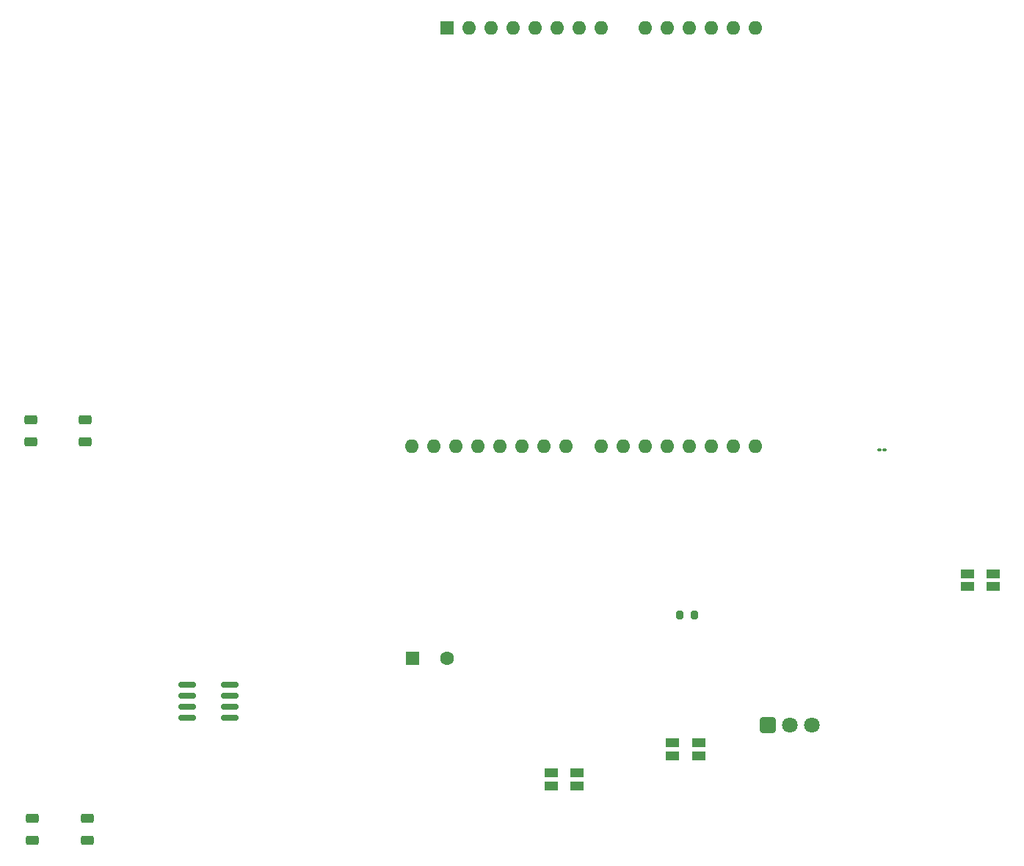
<source format=gbr>
%TF.GenerationSoftware,KiCad,Pcbnew,9.0.0*%
%TF.CreationDate,2025-04-20T12:54:08+05:30*%
%TF.ProjectId,IOT based traffic light smart control innovation,494f5420-6261-4736-9564-207472616666,rev?*%
%TF.SameCoordinates,Original*%
%TF.FileFunction,Soldermask,Top*%
%TF.FilePolarity,Negative*%
%FSLAX46Y46*%
G04 Gerber Fmt 4.6, Leading zero omitted, Abs format (unit mm)*
G04 Created by KiCad (PCBNEW 9.0.0) date 2025-04-20 12:54:08*
%MOMM*%
%LPD*%
G01*
G04 APERTURE LIST*
G04 Aperture macros list*
%AMRoundRect*
0 Rectangle with rounded corners*
0 $1 Rounding radius*
0 $2 $3 $4 $5 $6 $7 $8 $9 X,Y pos of 4 corners*
0 Add a 4 corners polygon primitive as box body*
4,1,4,$2,$3,$4,$5,$6,$7,$8,$9,$2,$3,0*
0 Add four circle primitives for the rounded corners*
1,1,$1+$1,$2,$3*
1,1,$1+$1,$4,$5*
1,1,$1+$1,$6,$7*
1,1,$1+$1,$8,$9*
0 Add four rect primitives between the rounded corners*
20,1,$1+$1,$2,$3,$4,$5,0*
20,1,$1+$1,$4,$5,$6,$7,0*
20,1,$1+$1,$6,$7,$8,$9,0*
20,1,$1+$1,$8,$9,$2,$3,0*%
G04 Aperture macros list end*
%ADD10RoundRect,0.275000X-0.475000X-0.275000X0.475000X-0.275000X0.475000X0.275000X-0.475000X0.275000X0*%
%ADD11RoundRect,0.248400X-0.651600X-0.651600X0.651600X-0.651600X0.651600X0.651600X-0.651600X0.651600X0*%
%ADD12C,1.800000*%
%ADD13RoundRect,0.150000X-0.825000X-0.150000X0.825000X-0.150000X0.825000X0.150000X-0.825000X0.150000X0*%
%ADD14RoundRect,0.200000X-0.200000X-0.275000X0.200000X-0.275000X0.200000X0.275000X-0.200000X0.275000X0*%
%ADD15RoundRect,0.100000X-0.130000X-0.100000X0.130000X-0.100000X0.130000X0.100000X-0.130000X0.100000X0*%
%ADD16R,1.500000X1.100000*%
%ADD17R,1.600000X1.600000*%
%ADD18C,1.600000*%
%ADD19O,1.600000X1.600000*%
G04 APERTURE END LIST*
D10*
%TO.C,U4*%
X57200000Y-157000000D03*
X57200000Y-159540000D03*
X63500000Y-159540000D03*
X63500000Y-157000000D03*
%TD*%
%TO.C,U3*%
X57000000Y-111000000D03*
X57000000Y-113540000D03*
X63300000Y-113540000D03*
X63300000Y-111000000D03*
%TD*%
D11*
%TO.C,U2*%
X141960000Y-146185000D03*
D12*
X144500000Y-146185000D03*
X147040000Y-146185000D03*
%TD*%
D13*
%TO.C,U1*%
X75025000Y-141595000D03*
X75025000Y-142865000D03*
X75025000Y-144135000D03*
X75025000Y-145405000D03*
X79975000Y-145405000D03*
X79975000Y-144135000D03*
X79975000Y-142865000D03*
X79975000Y-141595000D03*
%TD*%
D14*
%TO.C,R3*%
X131850000Y-133500000D03*
X133500000Y-133500000D03*
%TD*%
D15*
%TO.C,R2*%
X154835000Y-114500000D03*
X155475000Y-114500000D03*
%TD*%
D16*
%TO.C,D6*%
X117000000Y-151750000D03*
X120000000Y-151750000D03*
X120000000Y-153250000D03*
X117000000Y-153250000D03*
%TD*%
%TO.C,D5*%
X131000000Y-148250000D03*
X134000000Y-148250000D03*
X134000000Y-149750000D03*
X131000000Y-149750000D03*
%TD*%
%TO.C,D4*%
X165000000Y-128750000D03*
X168000000Y-128750000D03*
X168000000Y-130250000D03*
X165000000Y-130250000D03*
%TD*%
D17*
%TO.C,BZ1*%
X101000000Y-138500000D03*
D18*
X105000000Y-138500000D03*
%TD*%
D17*
%TO.C,A2*%
X104980000Y-65740000D03*
D19*
X107520000Y-65740000D03*
X110060000Y-65740000D03*
X112600000Y-65740000D03*
X115140000Y-65740000D03*
X117680000Y-65740000D03*
X120220000Y-65740000D03*
X122760000Y-65740000D03*
X127840000Y-65740000D03*
X130380000Y-65740000D03*
X132920000Y-65740000D03*
X135460000Y-65740000D03*
X138000000Y-65740000D03*
X140540000Y-65740000D03*
X140540000Y-114000000D03*
X138000000Y-114000000D03*
X135460000Y-114000000D03*
X132920000Y-114000000D03*
X130380000Y-114000000D03*
X127840000Y-114000000D03*
X125300000Y-114000000D03*
X122760000Y-114000000D03*
X118700000Y-114000000D03*
X116160000Y-114000000D03*
X113620000Y-114000000D03*
X111080000Y-114000000D03*
X108540000Y-114000000D03*
X106000000Y-114000000D03*
X103460000Y-114000000D03*
X100920000Y-114000000D03*
%TD*%
M02*

</source>
